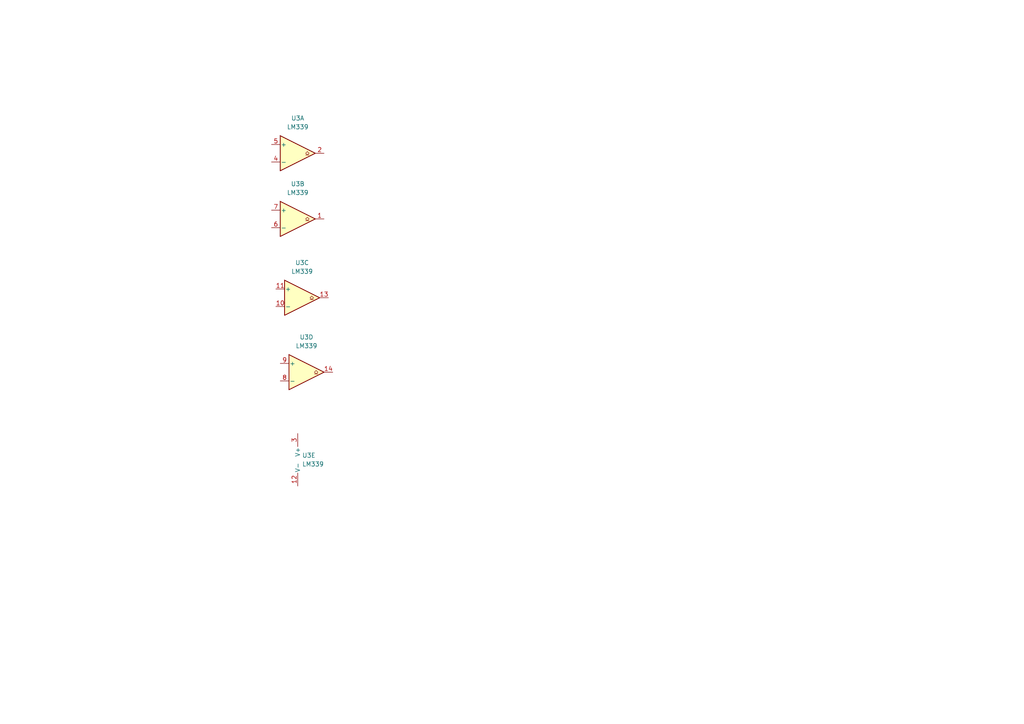
<source format=kicad_sch>
(kicad_sch (version 20231120) (generator "eeschema") (generator_version "8.0")
  (paper "A4")
  (lib_symbols
    (symbol "Comparator:LM339" (pin_names (offset 0.127))
      (property "Reference" "U" (at 0 5.08 0))
      (property "Value" "LM339" (at 0 -5.08 0))
      (symbol "LM339_1_1"
        (polyline (pts (xy -5.08 5.08) (xy 5.08 0) (xy -5.08 -5.08) (xy -5.08 5.08)) (stroke (width 0.254)) (fill (type background)))
        (polyline (pts (xy 3.302 -0.508) (xy 2.794 -0.508) (xy 3.302 0) (xy 2.794 0.508) (xy 2.286 0) (xy 2.794 -0.508) (xy 2.286 -0.508)) (stroke (width 0.127)))
        (pin open_collector line (at 7.62 0 180) (length 2.54) (name "~") (number "2"))
        (pin input line (at -7.62 -2.54 0) (length 2.54) (name "-") (number "4"))
        (pin input line (at -7.62 2.54 0) (length 2.54) (name "+") (number "5"))
      )
      (symbol "LM339_2_1"
        (polyline (pts (xy -5.08 5.08) (xy 5.08 0) (xy -5.08 -5.08) (xy -5.08 5.08)) (stroke (width 0.254)) (fill (type background)))
        (polyline (pts (xy 3.302 -0.508) (xy 2.794 -0.508) (xy 3.302 0) (xy 2.794 0.508) (xy 2.286 0) (xy 2.794 -0.508) (xy 2.286 -0.508)) (stroke (width 0.127)))
        (pin open_collector line (at 7.62 0 180) (length 2.54) (name "~") (number "1"))
        (pin input line (at -7.62 -2.54 0) (length 2.54) (name "-") (number "6"))
        (pin input line (at -7.62 2.54 0) (length 2.54) (name "+") (number "7"))
      )
      (symbol "LM339_3_1"
        (polyline (pts (xy -5.08 5.08) (xy 5.08 0) (xy -5.08 -5.08) (xy -5.08 5.08)) (stroke (width 0.254)) (fill (type background)))
        (polyline (pts (xy 3.302 -0.508) (xy 2.794 -0.508) (xy 3.302 0) (xy 2.794 0.508) (xy 2.286 0) (xy 2.794 -0.508) (xy 2.286 -0.508)) (stroke (width 0.127)))
        (pin input line (at -7.62 -2.54 0) (length 2.54) (name "-") (number "10"))
        (pin input line (at -7.62 2.54 0) (length 2.54) (name "+") (number "11"))
        (pin open_collector line (at 7.62 0 180) (length 2.54) (name "~") (number "13"))
      )
      (symbol "LM339_4_1"
        (polyline (pts (xy -5.08 5.08) (xy 5.08 0) (xy -5.08 -5.08) (xy -5.08 5.08)) (stroke (width 0.254)) (fill (type background)))
        (polyline (pts (xy 3.302 -0.508) (xy 2.794 -0.508) (xy 3.302 0) (xy 2.794 0.508) (xy 2.286 0) (xy 2.794 -0.508) (xy 2.286 -0.508)) (stroke (width 0.127)))
        (pin open_collector line (at 7.62 0 180) (length 2.54) (name "~") (number "14"))
        (pin input line (at -7.62 -2.54 0) (length 2.54) (name "-") (number "8"))
        (pin input line (at -7.62 2.54 0) (length 2.54) (name "+") (number "9"))
      )
      (symbol "LM339_5_1"
        (pin power_in line (at -2.54 -7.62 90) (length 3.81) (name "V-") (number "12"))
        (pin power_in line (at -2.54 7.62 270) (length 3.81) (name "V+") (number "3"))
      )
    )
  )
  (symbol (lib_id "Comparator:LM339") (at 88.9 107.95 0) (unit 4)
    (property "Reference" "U3" (at 88.9 97.79 0))
    (property "Value" "LM339" (at 88.9 100.33 0))
    (property "Datasheet" "https://www.st.com/resource/en/datasheet/lm139.pdf" (effects (hide yes)))
    (property "Description" "Quad Differential Comparators, SOIC-14/TSSOP-14" (effects (hide yes)))
  )
  (symbol (lib_id "Comparator:LM339") (at 87.63 86.36 0) (unit 3)
    (property "Reference" "U3" (at 87.63 76.2 0))
    (property "Value" "LM339" (at 87.63 78.74 0))
    (property "Datasheet" "https://www.st.com/resource/en/datasheet/lm139.pdf" (effects (hide yes)))
    (property "Description" "Quad Differential Comparators, SOIC-14/TSSOP-14" (effects (hide yes)))
  )
  (symbol (lib_id "Comparator:LM339") (at 88.9 133.35 0) (unit 5)
    (property "Reference" "U3" (at 87.63 132.0799 0) (effects (justify left)))
    (property "Value" "LM339" (at 87.63 134.6199 0) (effects (justify left)))
    (property "Datasheet" "https://www.st.com/resource/en/datasheet/lm139.pdf" (effects (hide yes)))
    (property "Description" "Quad Differential Comparators, SOIC-14/TSSOP-14" (effects (hide yes)))
  )
  (symbol (lib_id "Comparator:LM339") (at 86.36 44.45 0) (unit 1)
    (property "Reference" "U3" (at 86.36 34.29 0))
    (property "Value" "LM339" (at 86.36 36.83 0))
    (property "Datasheet" "https://www.st.com/resource/en/datasheet/lm139.pdf" (effects (hide yes)))
    (property "Description" "Quad Differential Comparators, SOIC-14/TSSOP-14" (effects (hide yes)))
  )
  (symbol (lib_id "Comparator:LM339") (at 86.36 63.5 0) (unit 2)
    (property "Reference" "U3" (at 86.36 53.34 0))
    (property "Value" "LM339" (at 86.36 55.88 0))
    (property "Datasheet" "https://www.st.com/resource/en/datasheet/lm139.pdf" (effects (hide yes)))
    (property "Description" "Quad Differential Comparators, SOIC-14/TSSOP-14" (effects (hide yes)))
  )
)
</source>
